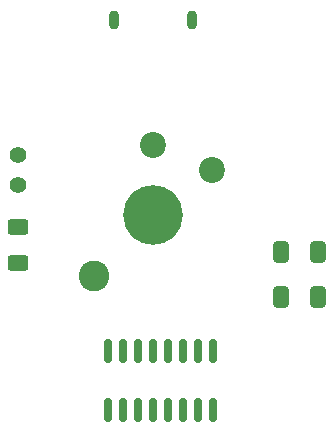
<source format=gts>
G04 #@! TF.GenerationSoftware,KiCad,Pcbnew,8.0.1*
G04 #@! TF.CreationDate,2024-11-04T22:09:55+13:00*
G04 #@! TF.ProjectId,morse_code_keyboard,6d6f7273-655f-4636-9f64-655f6b657962,rev?*
G04 #@! TF.SameCoordinates,Original*
G04 #@! TF.FileFunction,Soldermask,Top*
G04 #@! TF.FilePolarity,Negative*
%FSLAX46Y46*%
G04 Gerber Fmt 4.6, Leading zero omitted, Abs format (unit mm)*
G04 Created by KiCad (PCBNEW 8.0.1) date 2024-11-04 22:09:55*
%MOMM*%
%LPD*%
G01*
G04 APERTURE LIST*
G04 Aperture macros list*
%AMRoundRect*
0 Rectangle with rounded corners*
0 $1 Rounding radius*
0 $2 $3 $4 $5 $6 $7 $8 $9 X,Y pos of 4 corners*
0 Add a 4 corners polygon primitive as box body*
4,1,4,$2,$3,$4,$5,$6,$7,$8,$9,$2,$3,0*
0 Add four circle primitives for the rounded corners*
1,1,$1+$1,$2,$3*
1,1,$1+$1,$4,$5*
1,1,$1+$1,$6,$7*
1,1,$1+$1,$8,$9*
0 Add four rect primitives between the rounded corners*
20,1,$1+$1,$2,$3,$4,$5,0*
20,1,$1+$1,$4,$5,$6,$7,0*
20,1,$1+$1,$6,$7,$8,$9,0*
20,1,$1+$1,$8,$9,$2,$3,0*%
G04 Aperture macros list end*
%ADD10C,2.200000*%
%ADD11C,5.050000*%
%ADD12C,2.600000*%
%ADD13RoundRect,0.150000X0.150000X-0.850000X0.150000X0.850000X-0.150000X0.850000X-0.150000X-0.850000X0*%
%ADD14C,1.400000*%
%ADD15RoundRect,0.250000X-0.625000X0.400000X-0.625000X-0.400000X0.625000X-0.400000X0.625000X0.400000X0*%
%ADD16O,0.900000X1.600000*%
%ADD17RoundRect,0.250000X-0.412500X-0.650000X0.412500X-0.650000X0.412500X0.650000X-0.412500X0.650000X0*%
G04 APERTURE END LIST*
D10*
X140970000Y-79190000D03*
X145970000Y-81290000D03*
D11*
X140970000Y-85090000D03*
D12*
X135970000Y-90240000D03*
D13*
X137160000Y-101600000D03*
X138430000Y-101600000D03*
X139700000Y-101600000D03*
X140970000Y-101600000D03*
X142240000Y-101600000D03*
X143510000Y-101600000D03*
X144780000Y-101600000D03*
X146050000Y-101600000D03*
X146050000Y-96600000D03*
X144780000Y-96600000D03*
X143510000Y-96600000D03*
X142240000Y-96600000D03*
X140970000Y-96600000D03*
X139700000Y-96600000D03*
X138430000Y-96600000D03*
X137160000Y-96600000D03*
D14*
X129540000Y-80010000D03*
X129540000Y-82550000D03*
D15*
X129540000Y-86080000D03*
X129540000Y-89180000D03*
D16*
X137670000Y-68580000D03*
X144270000Y-68580000D03*
D17*
X151815000Y-92075000D03*
X154940000Y-92075000D03*
X151815000Y-88265000D03*
X154940000Y-88265000D03*
M02*

</source>
